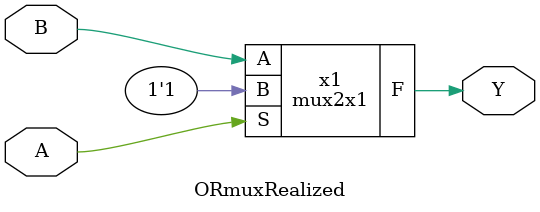
<source format=v>
module mux2x1(A,B,S,F);
input A,B,S;
output F;
assign F=~S&A|S&B;
endmodule

module ORmuxRealized(A,B,Y);
input A,B;
output Y;
mux2x1 x1(B,1,A,Y); //mux2x1(A,B,S,F);
endmodule

</source>
